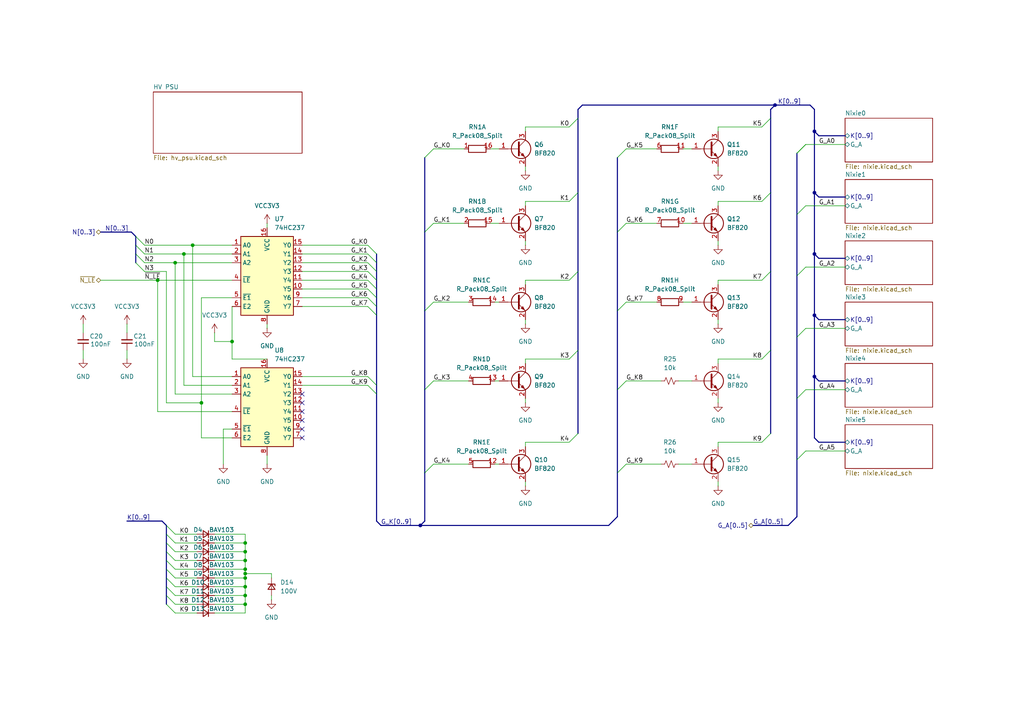
<source format=kicad_sch>
(kicad_sch (version 20250114) (generator "eeschema") (generator_version "9.0")
  (paper "A4")
  (lib_symbols
    (symbol "74xx:74HC237"
      (property "Reference" "U" (at -7.62 13.97 0))
      (property "Value" "74HC237" (at 2.54 -11.43 0))
      (symbol "74HC237_0_1"
        (rectangle (start -7.62 12.7) (end 7.62 -10.16) (stroke (width 0.254)) (fill (type background)))
      )
      (symbol "74HC237_1_1"
        (pin input line (at -10.16 10.16 0) (length 2.54) (name "A0") (number "1"))
        (pin input line (at -10.16 7.62 0) (length 2.54) (name "A1") (number "2"))
        (pin input line (at -10.16 5.08 0) (length 2.54) (name "A2") (number "3"))
        (pin input line (at -10.16 0 0) (length 2.54) (name "~{LE}") (number "4"))
        (pin input line (at -10.16 -5.08 0) (length 2.54) (name "~{E1}") (number "5"))
        (pin input line (at -10.16 -7.62 0) (length 2.54) (name "E2") (number "6"))
        (pin power_in line (at 0 15.24 270) (length 2.54) (name "VCC") (number "16"))
        (pin power_in line (at 0 -12.7 90) (length 2.54) (name "GND") (number "8"))
        (pin output line (at 10.16 10.16 180) (length 2.54) (name "Y0") (number "15"))
        (pin output line (at 10.16 7.62 180) (length 2.54) (name "Y1") (number "14"))
        (pin output line (at 10.16 5.08 180) (length 2.54) (name "Y2") (number "13"))
        (pin output line (at 10.16 2.54 180) (length 2.54) (name "Y3") (number "12"))
        (pin output line (at 10.16 0 180) (length 2.54) (name "Y4") (number "11"))
        (pin output line (at 10.16 -2.54 180) (length 2.54) (name "Y5") (number "10"))
        (pin output line (at 10.16 -5.08 180) (length 2.54) (name "Y6") (number "9"))
        (pin output line (at 10.16 -7.62 180) (length 2.54) (name "Y7") (number "7"))
      )
    )
    (symbol "Device:C_Small" (pin_numbers (hide yes)) (pin_names (offset 0.254) (hide yes))
      (property "Reference" "C" (at 0.254 1.778 0))
      (property "Value" "C_Small" (at 0.254 -2.032 0))
      (symbol "C_Small_0_1"
        (polyline (pts (xy -1.524 0.508) (xy 1.524 0.508)) (stroke (width 0.3048)))
        (polyline (pts (xy -1.524 -0.508) (xy 1.524 -0.508)) (stroke (width 0.3302)))
      )
      (symbol "C_Small_1_1"
        (pin passive line (at 0 2.54 270) (length 2.032) (name "~") (number "1"))
        (pin passive line (at 0 -2.54 90) (length 2.032) (name "~") (number "2"))
      )
    )
    (symbol "Device:D_Small" (pin_numbers (hide yes)) (pin_names (offset 0.254) (hide yes))
      (property "Reference" "D" (at -1.27 2.032 0))
      (property "Value" "D_Small" (at -3.81 -2.032 0))
      (symbol "D_Small_0_1"
        (polyline (pts (xy -0.762 0) (xy 0.762 0)))
        (polyline (pts (xy -0.762 -1.016) (xy -0.762 1.016)) (stroke (width 0.254)))
        (polyline (pts (xy 0.762 -1.016) (xy -0.762 0) (xy 0.762 1.016) (xy 0.762 -1.016)) (stroke (width 0.254)))
      )
      (symbol "D_Small_1_1"
        (pin passive line (at -2.54 0 0) (length 1.778) (name "K") (number "1"))
        (pin passive line (at 2.54 0 180) (length 1.778) (name "A") (number "2"))
      )
    )
    (symbol "Device:D_Zener_Small" (pin_numbers (hide yes)) (pin_names (offset 0.254) (hide yes))
      (property "Reference" "D" (at 0 2.286 0))
      (property "Value" "D_Zener_Small" (at 0 -2.286 0))
      (symbol "D_Zener_Small_0_1"
        (polyline (pts (xy -0.254 1.016) (xy -0.762 1.016) (xy -0.762 -1.016)) (stroke (width 0.254)))
        (polyline (pts (xy 0.762 1.016) (xy -0.762 0) (xy 0.762 -1.016) (xy 0.762 1.016)) (stroke (width 0.254)))
        (polyline (pts (xy 0.762 0) (xy -0.762 0)))
      )
      (symbol "D_Zener_Small_1_1"
        (pin passive line (at -2.54 0 0) (length 1.778) (name "K") (number "1"))
        (pin passive line (at 2.54 0 180) (length 1.778) (name "A") (number "2"))
      )
    )
    (symbol "Device:R_Pack08_Split" (pin_names (offset 0) (hide yes))
      (property "Reference" "RN" (at 2.032 0 90))
      (property "Value" "R_Pack08_Split" (at 0 0 90))
      (symbol "R_Pack08_Split_0_1"
        (rectangle (start 1.016 2.54) (end -1.016 -2.54) (stroke (width 0.254)))
      )
      (symbol "R_Pack08_Split_1_1"
        (pin passive line (at 0 3.81 270) (length 1.27) (name "R1.2") (number "16"))
        (pin passive line (at 0 -3.81 90) (length 1.27) (name "R1.1") (number "1"))
      )
      (symbol "R_Pack08_Split_2_1"
        (pin passive line (at 0 3.81 270) (length 1.27) (name "R2.2") (number "15"))
        (pin passive line (at 0 -3.81 90) (length 1.27) (name "R2.1") (number "2"))
      )
      (symbol "R_Pack08_Split_3_1"
        (pin passive line (at 0 3.81 270) (length 1.27) (name "R3.2") (number "14"))
        (pin passive line (at 0 -3.81 90) (length 1.27) (name "R3.1") (number "3"))
      )
      (symbol "R_Pack08_Split_4_1"
        (pin passive line (at 0 3.81 270) (length 1.27) (name "R4.2") (number "13"))
        (pin passive line (at 0 -3.81 90) (length 1.27) (name "R4.1") (number "4"))
      )
      (symbol "R_Pack08_Split_5_1"
        (pin passive line (at 0 3.81 270) (length 1.27) (name "R5.2") (number "12"))
        (pin passive line (at 0 -3.81 90) (length 1.27) (name "R5.1") (number "5"))
      )
      (symbol "R_Pack08_Split_6_1"
        (pin passive line (at 0 3.81 270) (length 1.27) (name "R6.2") (number "11"))
        (pin passive line (at 0 -3.81 90) (length 1.27) (name "R6.1") (number "6"))
      )
      (symbol "R_Pack08_Split_7_1"
        (pin passive line (at 0 3.81 270) (length 1.27) (name "R7.2") (number "10"))
        (pin passive line (at 0 -3.81 90) (length 1.27) (name "R7.1") (number "7"))
      )
      (symbol "R_Pack08_Split_8_1"
        (pin passive line (at 0 3.81 270) (length 1.27) (name "R8.2") (number "9"))
        (pin passive line (at 0 -3.81 90) (length 1.27) (name "R8.1") (number "8"))
      )
    )
    (symbol "Device:R_Small_US" (pin_numbers (hide yes)) (pin_names (offset 0.254) (hide yes))
      (property "Reference" "R" (at 0.762 0.508 0))
      (property "Value" "R_Small_US" (at 0.762 -1.016 0))
      (symbol "R_Small_US_1_1"
        (polyline (pts (xy 0 1.524) (xy 1.016 1.143) (xy 0 0.762) (xy -1.016 0.381) (xy 0 0)))
        (polyline (pts (xy 0 0) (xy 1.016 -0.381) (xy 0 -0.762) (xy -1.016 -1.143) (xy 0 -1.524)))
        (pin passive line (at 0 2.54 270) (length 1.016) (name "~") (number "1"))
        (pin passive line (at 0 -2.54 90) (length 1.016) (name "~") (number "2"))
      )
    )
    (symbol "Transistor_BJT:Q_NPN_BEC" (pin_names (offset 0) (hide yes))
      (property "Reference" "Q" (at 5.08 1.27 0))
      (property "Value" "Q_NPN_BEC" (at 5.08 -1.27 0))
      (symbol "Q_NPN_BEC_0_1"
        (polyline (pts (xy -2.54 0) (xy 0.635 0)))
        (polyline (pts (xy 0.635 1.905) (xy 0.635 -1.905)) (stroke (width 0.508)))
        (circle (center 1.27 0) (radius 2.8194) (stroke (width 0.254)))
      )
      (symbol "Q_NPN_BEC_1_1"
        (polyline (pts (xy 0.635 0.635) (xy 2.54 2.54)))
        (polyline (pts (xy 0.635 -0.635) (xy 2.54 -2.54)))
        (polyline (pts (xy 1.27 -1.778) (xy 1.778 -1.27) (xy 2.286 -2.286) (xy 1.27 -1.778)) (fill (type outline)))
        (pin input line (at -5.08 0 0) (length 2.54) (name "B") (number "1"))
        (pin passive line (at 2.54 5.08 270) (length 2.54) (name "C") (number "3"))
        (pin passive line (at 2.54 -5.08 90) (length 2.54) (name "E") (number "2"))
      )
    )
    (symbol "power:GND" (power) (pin_numbers (hide yes)) (pin_names (offset 0) (hide yes))
      (property "Value" "GND" (at 0 -3.81 0))
      (symbol "GND_0_1"
        (polyline (pts (xy 0 0) (xy 0 -1.27) (xy 1.27 -1.27) (xy 0 -2.54) (xy -1.27 -1.27) (xy 0 -1.27)))
      )
      (symbol "GND_1_1"
        (pin power_in line (at 0 0 270) (length 0) (name "~") (number "1"))
      )
    )
    (symbol "power:VCC" (power) (pin_numbers (hide yes)) (pin_names (offset 0) (hide yes))
      (property "Value" "VCC" (at 0 3.556 0))
      (symbol "VCC_0_1"
        (polyline (pts (xy -0.762 1.27) (xy 0 2.54)))
        (polyline (pts (xy 0 2.54) (xy 0.762 1.27)))
        (polyline (pts (xy 0 0) (xy 0 2.54)))
      )
      (symbol "VCC_1_1"
        (pin power_in line (at 0 0 90) (length 0) (name "~") (number "1"))
      )
    )
  )
  (junction (at 55.88 71.12))
  (junction (at 71.12 175.26))
  (junction (at 71.12 160.02))
  (junction (at 71.12 170.18))
  (junction (at 236.22 55.88))
  (junction (at 67.31 99.06))
  (junction (at 236.22 73.66))
  (junction (at 45.72 81.28))
  (junction (at 71.12 166.37))
  (junction (at 50.8 76.2))
  (junction (at 236.22 109.22))
  (junction (at 71.12 162.56))
  (junction (at 53.34 73.66))
  (junction (at 71.12 172.72))
  (junction (at 58.42 116.84))
  (junction (at 236.22 38.1))
  (junction (at 71.12 157.48))
  (junction (at 71.12 167.64))
  (junction (at 71.12 165.1))
  (junction (at 236.22 91.44))
  (junction (at 224.79 30.48))
  (junction (at 121.92 152.4))
  (no_connect (at 87.63 124.46))
  (no_connect (at 87.63 127))
  (no_connect (at 87.63 119.38))
  (no_connect (at 87.63 116.84))
  (no_connect (at 87.63 114.3))
  (no_connect (at 87.63 121.92))
  (bus_entry (at 167.64 55.88) (size -2.54 2.54))
  (bus_entry (at 167.64 101.6) (size -2.54 2.54))
  (bus_entry (at 48.26 170.18) (size 2.54 2.54))
  (bus_entry (at 48.26 152.4) (size 2.54 2.54))
  (bus_entry (at 39.37 68.58) (size 2.54 2.54))
  (bus_entry (at 167.64 125.73) (size -2.54 2.54))
  (bus_entry (at 48.26 172.72) (size 2.54 2.54))
  (bus_entry (at 48.26 162.56) (size 2.54 2.54))
  (bus_entry (at 123.19 45.72) (size 2.54 -2.54))
  (bus_entry (at 167.64 78.74) (size -2.54 2.54))
  (bus_entry (at 48.26 160.02) (size 2.54 2.54))
  (bus_entry (at 179.07 113.03) (size 2.54 -2.54))
  (bus_entry (at 109.22 114.3) (size -2.54 -2.54))
  (bus_entry (at 231.14 44.45) (size 2.54 -2.54))
  (bus_entry (at 109.22 91.44) (size -2.54 -2.54))
  (bus_entry (at 231.14 97.79) (size 2.54 -2.54))
  (bus_entry (at 231.14 115.57) (size 2.54 -2.54))
  (bus_entry (at 48.26 154.94) (size 2.54 2.54))
  (bus_entry (at 179.07 67.31) (size 2.54 -2.54))
  (bus_entry (at 39.37 71.12) (size 2.54 2.54))
  (bus_entry (at 48.26 167.64) (size 2.54 2.54))
  (bus_entry (at 223.52 55.88) (size -2.54 2.54))
  (bus_entry (at 231.14 133.35) (size 2.54 -2.54))
  (bus_entry (at 123.19 137.16) (size 2.54 -2.54))
  (bus_entry (at 179.07 90.17) (size 2.54 -2.54))
  (bus_entry (at 48.26 157.48) (size 2.54 2.54))
  (bus_entry (at 167.64 34.29) (size -2.54 2.54))
  (bus_entry (at 123.19 90.17) (size 2.54 -2.54))
  (bus_entry (at 48.26 165.1) (size 2.54 2.54))
  (bus_entry (at 109.22 81.28) (size -2.54 -2.54))
  (bus_entry (at 109.22 73.66) (size -2.54 -2.54))
  (bus_entry (at 39.37 76.2) (size 2.54 2.54))
  (bus_entry (at 223.52 125.73) (size -2.54 2.54))
  (bus_entry (at 109.22 83.82) (size -2.54 -2.54))
  (bus_entry (at 231.14 44.45) (size 2.54 -2.54))
  (bus_entry (at 109.22 111.76) (size -2.54 -2.54))
  (bus_entry (at 123.19 113.03) (size 2.54 -2.54))
  (bus_entry (at 123.19 67.31) (size 2.54 -2.54))
  (bus_entry (at 109.22 78.74) (size -2.54 -2.54))
  (bus_entry (at 109.22 76.2) (size -2.54 -2.54))
  (bus_entry (at 179.07 137.16) (size 2.54 -2.54))
  (bus_entry (at 109.22 88.9) (size -2.54 -2.54))
  (bus_entry (at 39.37 73.66) (size 2.54 2.54))
  (bus_entry (at 48.26 175.26) (size 2.54 2.54))
  (bus_entry (at 231.14 80.01) (size 2.54 -2.54))
  (bus_entry (at 223.52 78.74) (size -2.54 2.54))
  (bus_entry (at 223.52 34.29) (size -2.54 2.54))
  (bus_entry (at 109.22 86.36) (size -2.54 -2.54))
  (bus_entry (at 179.07 45.72) (size 2.54 -2.54))
  (bus_entry (at 231.14 62.23) (size 2.54 -2.54))
  (bus_entry (at 223.52 101.6) (size -2.54 2.54))
  (wire (pts (xy 41.91 73.66) (xy 53.34 73.66)))
  (bus (pts (xy 231.14 133.35) (xy 231.14 149.86)))
  (wire (pts (xy 198.12 87.63) (xy 200.66 87.63)))
  (wire (pts (xy 71.12 165.1) (xy 71.12 166.37)))
  (bus (pts (xy 179.07 90.17) (xy 179.07 113.03)))
  (bus (pts (xy 123.19 151.13) (xy 121.92 152.4)))
  (bus (pts (xy 48.26 157.48) (xy 48.26 160.02)))
  (bus (pts (xy 179.07 137.16) (xy 179.07 149.86)))
  (wire (pts (xy 152.4 92.71) (xy 152.4 93.98)))
  (bus (pts (xy 231.14 115.57) (xy 231.14 133.35)))
  (bus (pts (xy 223.52 55.88) (xy 223.52 78.74)))
  (bus (pts (xy 48.26 152.4) (xy 48.26 154.94)))
  (wire (pts (xy 106.68 71.12) (xy 87.63 71.12)))
  (wire (pts (xy 62.23 165.1) (xy 71.12 165.1)))
  (bus (pts (xy 236.22 31.75) (xy 236.22 38.1)))
  (wire (pts (xy 50.8 76.2) (xy 67.31 76.2)))
  (wire (pts (xy 62.23 99.06) (xy 67.31 99.06)))
  (wire (pts (xy 71.12 160.02) (xy 71.12 162.56)))
  (bus (pts (xy 236.22 109.22) (xy 237.49 110.49)))
  (wire (pts (xy 125.73 64.77) (xy 134.62 64.77)))
  (bus (pts (xy 48.26 165.1) (xy 48.26 167.64)))
  (wire (pts (xy 41.91 76.2) (xy 50.8 76.2)))
  (wire (pts (xy 71.12 175.26) (xy 71.12 177.8)))
  (bus (pts (xy 39.37 73.66) (xy 39.37 76.2)))
  (wire (pts (xy 125.73 134.62) (xy 135.89 134.62)))
  (wire (pts (xy 106.68 78.74) (xy 87.63 78.74)))
  (bus (pts (xy 179.07 45.72) (xy 179.07 67.31)))
  (bus (pts (xy 236.22 73.66) (xy 236.22 91.44)))
  (bus (pts (xy 123.19 45.72) (xy 123.19 67.31)))
  (wire (pts (xy 53.34 111.76) (xy 53.34 73.66)))
  (wire (pts (xy 50.8 167.64) (xy 57.15 167.64)))
  (wire (pts (xy 55.88 109.22) (xy 55.88 71.12)))
  (bus (pts (xy 237.49 128.27) (xy 245.11 128.27)))
  (wire (pts (xy 106.68 76.2) (xy 87.63 76.2)))
  (bus (pts (xy 223.52 34.29) (xy 223.52 55.88)))
  (wire (pts (xy 142.24 64.77) (xy 144.78 64.77)))
  (wire (pts (xy 50.8 114.3) (xy 50.8 76.2)))
  (wire (pts (xy 233.68 95.25) (xy 245.11 95.25)))
  (bus (pts (xy 231.14 97.79) (xy 231.14 115.57)))
  (wire (pts (xy 78.74 172.72) (xy 78.74 173.99)))
  (bus (pts (xy 48.26 172.72) (xy 48.26 175.26)))
  (bus (pts (xy 39.37 68.58) (xy 38.1 67.31)))
  (wire (pts (xy 36.83 93.98) (xy 36.83 96.52)))
  (wire (pts (xy 143.51 134.62) (xy 144.78 134.62)))
  (wire (pts (xy 71.12 154.94) (xy 71.12 157.48)))
  (wire (pts (xy 53.34 73.66) (xy 67.31 73.66)))
  (wire (pts (xy 62.23 162.56) (xy 71.12 162.56)))
  (wire (pts (xy 143.51 110.49) (xy 144.78 110.49)))
  (wire (pts (xy 152.4 81.28) (xy 165.1 81.28)))
  (wire (pts (xy 106.68 86.36) (xy 87.63 86.36)))
  (wire (pts (xy 62.23 170.18) (xy 71.12 170.18)))
  (wire (pts (xy 208.28 58.42) (xy 220.98 58.42)))
  (bus (pts (xy 218.44 152.4) (xy 228.6 152.4)))
  (wire (pts (xy 152.4 36.83) (xy 165.1 36.83)))
  (wire (pts (xy 62.23 177.8) (xy 71.12 177.8)))
  (wire (pts (xy 67.31 86.36) (xy 58.42 86.36)))
  (bus (pts (xy 237.49 110.49) (xy 245.11 110.49)))
  (wire (pts (xy 106.68 111.76) (xy 87.63 111.76)))
  (wire (pts (xy 208.28 36.83) (xy 208.28 38.1)))
  (bus (pts (xy 109.22 76.2) (xy 109.22 78.74)))
  (bus (pts (xy 237.49 39.37) (xy 245.11 39.37)))
  (wire (pts (xy 233.68 41.91) (xy 245.11 41.91)))
  (wire (pts (xy 62.23 172.72) (xy 71.12 172.72)))
  (wire (pts (xy 58.42 86.36) (xy 58.42 116.84)))
  (bus (pts (xy 236.22 38.1) (xy 236.22 55.88)))
  (wire (pts (xy 106.68 83.82) (xy 87.63 83.82)))
  (wire (pts (xy 77.47 93.98) (xy 77.47 95.25)))
  (bus (pts (xy 236.22 73.66) (xy 237.49 74.93)))
  (wire (pts (xy 71.12 167.64) (xy 71.12 170.18)))
  (wire (pts (xy 50.8 157.48) (xy 57.15 157.48)))
  (wire (pts (xy 208.28 115.57) (xy 208.28 116.84)))
  (wire (pts (xy 71.12 157.48) (xy 71.12 160.02)))
  (bus (pts (xy 179.07 149.86) (xy 176.53 152.4)))
  (wire (pts (xy 208.28 128.27) (xy 220.98 128.27)))
  (wire (pts (xy 181.61 43.18) (xy 190.5 43.18)))
  (wire (pts (xy 125.73 87.63) (xy 135.89 87.63)))
  (bus (pts (xy 109.22 83.82) (xy 109.22 86.36)))
  (wire (pts (xy 181.61 64.77) (xy 190.5 64.77)))
  (wire (pts (xy 152.4 115.57) (xy 152.4 116.84)))
  (bus (pts (xy 123.19 67.31) (xy 123.19 90.17)))
  (wire (pts (xy 67.31 99.06) (xy 67.31 104.14)))
  (wire (pts (xy 48.26 116.84) (xy 48.26 78.74)))
  (wire (pts (xy 152.4 128.27) (xy 165.1 128.27)))
  (wire (pts (xy 24.13 101.6) (xy 24.13 104.14)))
  (bus (pts (xy 167.64 31.75) (xy 168.91 30.48)))
  (wire (pts (xy 196.85 134.62) (xy 200.66 134.62)))
  (wire (pts (xy 106.68 109.22) (xy 87.63 109.22)))
  (bus (pts (xy 109.22 78.74) (xy 109.22 81.28)))
  (bus (pts (xy 223.52 34.29) (xy 223.52 31.75)))
  (bus (pts (xy 236.22 91.44) (xy 237.49 92.71)))
  (wire (pts (xy 152.4 36.83) (xy 152.4 38.1)))
  (wire (pts (xy 45.72 81.28) (xy 67.31 81.28)))
  (bus (pts (xy 224.79 30.48) (xy 234.95 30.48)))
  (bus (pts (xy 237.49 74.93) (xy 245.11 74.93)))
  (wire (pts (xy 67.31 111.76) (xy 53.34 111.76)))
  (bus (pts (xy 236.22 55.88) (xy 237.49 57.15)))
  (bus (pts (xy 109.22 88.9) (xy 109.22 91.44)))
  (wire (pts (xy 50.8 165.1) (xy 57.15 165.1)))
  (bus (pts (xy 109.22 73.66) (xy 109.22 76.2)))
  (bus (pts (xy 167.64 101.6) (xy 167.64 125.73)))
  (wire (pts (xy 50.8 177.8) (xy 57.15 177.8)))
  (wire (pts (xy 152.4 128.27) (xy 152.4 129.54)))
  (bus (pts (xy 224.79 30.48) (xy 168.91 30.48)))
  (wire (pts (xy 50.8 162.56) (xy 57.15 162.56)))
  (bus (pts (xy 237.49 92.71) (xy 245.11 92.71)))
  (wire (pts (xy 208.28 48.26) (xy 208.28 49.53)))
  (bus (pts (xy 110.49 152.4) (xy 121.92 152.4)))
  (bus (pts (xy 167.64 34.29) (xy 167.64 55.88)))
  (wire (pts (xy 29.21 81.28) (xy 45.72 81.28)))
  (bus (pts (xy 110.49 152.4) (xy 109.22 151.13)))
  (bus (pts (xy 36.83 151.13) (xy 46.99 151.13)))
  (bus (pts (xy 231.14 44.45) (xy 231.14 62.23)))
  (bus (pts (xy 109.22 111.76) (xy 109.22 114.3)))
  (bus (pts (xy 48.26 152.4) (xy 46.99 151.13)))
  (wire (pts (xy 198.12 64.77) (xy 200.66 64.77)))
  (bus (pts (xy 39.37 68.58) (xy 39.37 71.12)))
  (wire (pts (xy 67.31 99.06) (xy 67.31 88.9)))
  (wire (pts (xy 71.12 172.72) (xy 71.12 175.26)))
  (bus (pts (xy 109.22 114.3) (xy 109.22 151.13)))
  (wire (pts (xy 152.4 104.14) (xy 152.4 105.41)))
  (wire (pts (xy 233.68 113.03) (xy 245.11 113.03)))
  (bus (pts (xy 123.19 137.16) (xy 123.19 151.13)))
  (bus (pts (xy 236.22 109.22) (xy 236.22 127)))
  (wire (pts (xy 62.23 175.26) (xy 71.12 175.26)))
  (bus (pts (xy 48.26 160.02) (xy 48.26 162.56)))
  (wire (pts (xy 67.31 124.46) (xy 64.77 124.46)))
  (wire (pts (xy 55.88 71.12) (xy 67.31 71.12)))
  (wire (pts (xy 78.74 166.37) (xy 78.74 167.64)))
  (bus (pts (xy 236.22 91.44) (xy 236.22 109.22)))
  (wire (pts (xy 233.68 77.47) (xy 245.11 77.47)))
  (bus (pts (xy 123.19 113.03) (xy 123.19 137.16)))
  (wire (pts (xy 143.51 87.63) (xy 144.78 87.63)))
  (wire (pts (xy 71.12 162.56) (xy 71.12 165.1)))
  (bus (pts (xy 231.14 80.01) (xy 231.14 97.79)))
  (wire (pts (xy 55.88 109.22) (xy 67.31 109.22)))
  (bus (pts (xy 236.22 127) (xy 237.49 128.27)))
  (wire (pts (xy 58.42 116.84) (xy 48.26 116.84)))
  (bus (pts (xy 234.95 30.48) (xy 236.22 31.75)))
  (wire (pts (xy 50.8 170.18) (xy 57.15 170.18)))
  (wire (pts (xy 58.42 127) (xy 67.31 127)))
  (wire (pts (xy 106.68 73.66) (xy 87.63 73.66)))
  (wire (pts (xy 50.8 160.02) (xy 57.15 160.02)))
  (bus (pts (xy 179.07 113.03) (xy 179.07 137.16)))
  (wire (pts (xy 50.8 154.94) (xy 57.15 154.94)))
  (wire (pts (xy 67.31 104.14) (xy 77.47 104.14)))
  (wire (pts (xy 208.28 58.42) (xy 208.28 59.69)))
  (wire (pts (xy 208.28 81.28) (xy 208.28 82.55)))
  (bus (pts (xy 109.22 91.44) (xy 109.22 111.76)))
  (wire (pts (xy 67.31 119.38) (xy 45.72 119.38)))
  (wire (pts (xy 208.28 69.85) (xy 208.28 71.12)))
  (bus (pts (xy 48.26 154.94) (xy 48.26 157.48)))
  (wire (pts (xy 45.72 119.38) (xy 45.72 81.28)))
  (bus (pts (xy 167.64 55.88) (xy 167.64 78.74)))
  (wire (pts (xy 64.77 124.46) (xy 64.77 134.62)))
  (wire (pts (xy 62.23 96.52) (xy 62.23 99.06)))
  (bus (pts (xy 179.07 67.31) (xy 179.07 90.17)))
  (wire (pts (xy 62.23 154.94) (xy 71.12 154.94)))
  (wire (pts (xy 62.23 157.48) (xy 71.12 157.48)))
  (wire (pts (xy 50.8 172.72) (xy 57.15 172.72)))
  (wire (pts (xy 62.23 160.02) (xy 71.12 160.02)))
  (bus (pts (xy 223.52 31.75) (xy 224.79 30.48)))
  (bus (pts (xy 48.26 167.64) (xy 48.26 170.18)))
  (wire (pts (xy 50.8 175.26) (xy 57.15 175.26)))
  (wire (pts (xy 24.13 93.98) (xy 24.13 96.52)))
  (wire (pts (xy 41.91 71.12) (xy 55.88 71.12)))
  (wire (pts (xy 233.68 130.81) (xy 245.11 130.81)))
  (bus (pts (xy 237.49 57.15) (xy 245.11 57.15)))
  (wire (pts (xy 77.47 132.08) (xy 77.47 134.62)))
  (wire (pts (xy 152.4 81.28) (xy 152.4 82.55)))
  (wire (pts (xy 152.4 58.42) (xy 152.4 59.69)))
  (wire (pts (xy 208.28 92.71) (xy 208.28 93.98)))
  (wire (pts (xy 152.4 58.42) (xy 165.1 58.42)))
  (bus (pts (xy 167.64 34.29) (xy 167.64 31.75)))
  (wire (pts (xy 152.4 69.85) (xy 152.4 71.12)))
  (wire (pts (xy 198.12 43.18) (xy 200.66 43.18)))
  (wire (pts (xy 106.68 81.28) (xy 87.63 81.28)))
  (wire (pts (xy 152.4 104.14) (xy 165.1 104.14)))
  (bus (pts (xy 236.22 38.1) (xy 237.49 39.37)))
  (wire (pts (xy 233.68 59.69) (xy 245.11 59.69)))
  (wire (pts (xy 71.12 166.37) (xy 71.12 167.64)))
  (wire (pts (xy 208.28 139.7) (xy 208.28 140.97)))
  (wire (pts (xy 62.23 167.64) (xy 71.12 167.64)))
  (wire (pts (xy 208.28 36.83) (xy 220.98 36.83)))
  (bus (pts (xy 109.22 81.28) (xy 109.22 83.82)))
  (wire (pts (xy 208.28 104.14) (xy 208.28 105.41)))
  (bus (pts (xy 223.52 101.6) (xy 223.52 125.73)))
  (wire (pts (xy 152.4 48.26) (xy 152.4 49.53)))
  (wire (pts (xy 208.28 128.27) (xy 208.28 129.54)))
  (wire (pts (xy 125.73 43.18) (xy 134.62 43.18)))
  (wire (pts (xy 106.68 88.9) (xy 87.63 88.9)))
  (bus (pts (xy 123.19 90.17) (xy 123.19 113.03)))
  (bus (pts (xy 121.92 152.4) (xy 176.53 152.4)))
  (bus (pts (xy 48.26 162.56) (xy 48.26 165.1)))
  (wire (pts (xy 181.61 87.63) (xy 190.5 87.63)))
  (bus (pts (xy 167.64 78.74) (xy 167.64 101.6)))
  (wire (pts (xy 142.24 43.18) (xy 144.78 43.18)))
  (bus (pts (xy 39.37 71.12) (xy 39.37 73.66)))
  (wire (pts (xy 58.42 116.84) (xy 58.42 127)))
  (bus (pts (xy 223.52 78.74) (xy 223.52 101.6)))
  (bus (pts (xy 231.14 62.23) (xy 231.14 80.01)))
  (bus (pts (xy 109.22 86.36) (xy 109.22 88.9)))
  (wire (pts (xy 67.31 114.3) (xy 50.8 114.3)))
  (bus (pts (xy 48.26 170.18) (xy 48.26 172.72)))
  (wire (pts (xy 41.91 78.74) (xy 48.26 78.74)))
  (wire (pts (xy 77.47 64.77) (xy 77.47 66.04)))
  (wire (pts (xy 181.61 110.49) (xy 191.77 110.49)))
  (wire (pts (xy 196.85 110.49) (xy 200.66 110.49)))
  (wire (pts (xy 152.4 139.7) (xy 152.4 140.97)))
  (wire (pts (xy 125.73 110.49) (xy 135.89 110.49)))
  (bus (pts (xy 29.21 67.31) (xy 38.1 67.31)))
  (wire (pts (xy 71.12 166.37) (xy 78.74 166.37)))
  (bus (pts (xy 236.22 55.88) (xy 236.22 73.66)))
  (wire (pts (xy 208.28 81.28) (xy 220.98 81.28)))
  (wire (pts (xy 71.12 170.18) (xy 71.12 172.72)))
  (bus (pts (xy 231.14 149.86) (xy 228.6 152.4)))
  (wire (pts (xy 208.28 104.14) (xy 220.98 104.14)))
  (wire (pts (xy 181.61 134.62) (xy 191.77 134.62)))
  (wire (pts (xy 36.83 101.6) (xy 36.83 104.14)))
  (label "K5" (at 220.98 36.83 180))
  (label "G_K9" (at 181.61 134.62 0))
  (label "G_A[0..5]" (at 218.44 152.4 0))
  (label "N[0..3]" (at 30.48 67.31 0))
  (label "K8" (at 52.07 175.26 0))
  (label "G_A1" (at 237.49 59.69 0))
  (label "N3" (at 41.91 78.74 0))
  (label "G_A3" (at 237.49 95.25 0))
  (label "G_K[0..9]" (at 110.49 152.4 0))
  (label "G_K5" (at 181.61 43.18 0))
  (label "G_K2" (at 125.73 87.63 0))
  (label "K9" (at 52.07 177.8 0))
  (label "K5" (at 52.07 167.64 0))
  (label "G_A5" (at 237.49 130.81 0))
  (label "G_A4" (at 237.49 113.03 0))
  (label "G_K4" (at 125.73 134.62 0))
  (label "G_K7" (at 181.61 87.63 0))
  (label "K0" (at 165.1 36.83 180))
  (label "K0" (at 52.07 154.94 0))
  (label "G_K6" (at 181.61 64.77 0))
  (label "K1" (at 52.07 157.48 0))
  (label "N0" (at 41.91 71.12 0))
  (label "G_A0" (at 237.49 41.91 0))
  (label "K[0..9]" (at 36.83 151.13 0))
  (label "G_K4" (at 106.68 81.28 180))
  (label "K7" (at 220.98 81.28 180))
  (label "K4" (at 52.07 165.1 0))
  (label "G_K3" (at 125.73 110.49 0))
  (label "N1" (at 41.91 73.66 0))
  (label "G_K1" (at 106.68 73.66 180))
  (label "G_K6" (at 106.68 86.36 180))
  (label "K1" (at 165.1 58.42 180))
  (label "G_K0" (at 106.68 71.12 180))
  (label "G_K7" (at 106.68 88.9 180))
  (label "G_A2" (at 237.49 77.47 0))
  (label "K8" (at 220.98 104.14 180))
  (label "G_K2" (at 106.68 76.2 180))
  (label "G_K5" (at 106.68 83.82 180))
  (label "G_K8" (at 181.61 110.49 0))
  (label "G_K3" (at 106.68 78.74 180))
  (label "G_K1" (at 125.73 64.77 0))
  (label "K3" (at 52.07 162.56 0))
  (label "K3" (at 165.1 104.14 180))
  (label "G_K8" (at 106.68 109.22 180))
  (label "G_K9" (at 106.68 111.76 180))
  (label "K6" (at 52.07 170.18 0))
  (label "K9" (at 220.98 128.27 180))
  (label "K[0..9]" (at 232.41 30.48 180))
  (label "G_K0" (at 125.73 43.18 0))
  (label "K2" (at 165.1 81.28 180))
  (label "N2" (at 41.91 76.2 0))
  (label "K6" (at 220.98 58.42 180))
  (label "~{N_LE}" (at 41.91 81.28 0))
  (label "K2" (at 52.07 160.02 0))
  (label "K7" (at 52.07 172.72 0))
  (label "K4" (at 165.1 128.27 180))
  (hierarchical_label "~{N_LE}" (shape bidirectional) (at 29.21 81.28 180))
  (hierarchical_label "N[0..3]" (shape bidirectional) (at 29.21 67.31 180))
  (hierarchical_label "G_A[0..5]" (shape bidirectional) (at 218.44 152.4 180))
  (symbol (lib_id "Device:D_Small") (at 59.69 162.56 180) (unit 1)
    (property "Reference" "D7" (at 57.404 161.29 0))
    (property "Value" "BAV103" (at 64.262 161.29 0))
    (property "Footprint" "Diode_SMD:D_MiniMELF" (effects (hide yes)))
    (property "Description" "Diode, small symbol" (effects (hide yes)))
    (property "Sim.Device" "D" (effects (hide yes)))
    (property "Sim.Pins" "1=K 2=A" (effects (hide yes)))
    (property "LCSC" "C3313132" (effects (hide yes)))
  )
  (symbol (lib_id "Device:R_Pack08_Split") (at 194.31 87.63 270) (unit 8)
    (property "Reference" "RN1" (at 194.31 81.28 90))
    (property "Value" "R_Pack08_Split" (at 194.31 83.82 90))
    (property "Footprint" "Yet-Another-Nixie-Clock:RES-ARRAY-SMD_0402-16P-L4.0-W1.6-BL-2" (effects (hide yes)))
    (property "Description" "8 resistor network, parallel topology, split" (effects (hide yes)))
  )
  (symbol (lib_id "Device:D_Small") (at 59.69 177.8 180) (unit 1)
    (property "Reference" "D13" (at 57.404 176.53 0))
    (property "Value" "BAV103" (at 64.262 176.53 0))
    (property "Footprint" "Diode_SMD:D_MiniMELF" (effects (hide yes)))
    (property "Description" "Diode, small symbol" (effects (hide yes)))
    (property "Sim.Device" "D" (effects (hide yes)))
    (property "Sim.Pins" "1=K 2=A" (effects (hide yes)))
    (property "LCSC" "C3313132" (effects (hide yes)))
  )
  (symbol (lib_id "power:GND") (at 77.47 95.25 0) (unit 1)
    (property "Reference" "#PWR072" (effects (hide yes)))
    (property "Value" "GND" (at 77.47 100.33 0))
    (property "Description" "Power symbol creates a global label with name \"GND\" , ground" (effects (hide yes)))
  )
  (symbol (lib_id "Transistor_BJT:Q_NPN_BEC") (at 149.86 64.77 0) (unit 1)
    (property "Reference" "Q7" (at 154.94 63.4999 0) (effects (justify left)))
    (property "Value" "BF820" (at 154.94 66.0399 0) (effects (justify left)))
    (property "Footprint" "Package_TO_SOT_SMD:TSOT-23" (effects (hide yes)))
    (property "Description" "NPN transistor, base/emitter/collector" (effects (hide yes)))
    (property "LCSC" "C426796" (effects (hide yes)))
  )
  (symbol (lib_id "power:VCC") (at 77.47 64.77 0) (unit 1)
    (property "Reference" "#PWR071" (effects (hide yes)))
    (property "Value" "VCC3V3" (at 77.47 59.69 0))
    (property "Description" "Power symbol creates a global label with name \"VCC\"" (effects (hide yes)))
  )
  (symbol (lib_id "power:GND") (at 208.28 49.53 0) (unit 1)
    (property "Reference" "#PWR080" (effects (hide yes)))
    (property "Value" "GND" (at 208.28 54.61 0))
    (property "Description" "Power symbol creates a global label with name \"GND\" , ground" (effects (hide yes)))
  )
  (symbol (lib_id "power:GND") (at 78.74 173.99 0) (unit 1)
    (property "Reference" "#PWR074" (effects (hide yes)))
    (property "Value" "GND" (at 78.74 179.07 0))
    (property "Description" "Power symbol creates a global label with name \"GND\" , ground" (effects (hide yes)))
  )
  (symbol (lib_id "power:VCC") (at 24.13 93.98 0) (unit 1)
    (property "Reference" "#PWR065" (effects (hide yes)))
    (property "Value" "VCC3V3" (at 24.13 88.9 0))
    (property "Description" "Power symbol creates a global label with name \"VCC\"" (effects (hide yes)))
  )
  (symbol (lib_id "power:GND") (at 24.13 104.14 0) (unit 1)
    (property "Reference" "#PWR066" (effects (hide yes)))
    (property "Value" "GND" (at 24.13 109.22 0))
    (property "Description" "Power symbol creates a global label with name \"GND\" , ground" (effects (hide yes)))
  )
  (symbol (lib_id "Device:R_Small_US") (at 194.31 110.49 90) (unit 1)
    (property "Reference" "R25" (at 194.31 104.14 90))
    (property "Value" "10k" (at 194.31 106.68 90))
    (property "Footprint" "Resistor_SMD:R_0603_1608Metric" (effects (hide yes)))
    (property "Description" "Resistor, small US symbol" (effects (hide yes)))
    (property "LCSC" "C98220" (effects (hide yes)))
  )
  (symbol (lib_id "power:GND") (at 77.47 134.62 0) (unit 1)
    (property "Reference" "#PWR073" (effects (hide yes)))
    (property "Value" "GND" (at 77.47 139.7 0))
    (property "Description" "Power symbol creates a global label with name \"GND\" , ground" (effects (hide yes)))
  )
  (symbol (lib_id "power:VCC") (at 36.83 93.98 0) (unit 1)
    (property "Reference" "#PWR067" (effects (hide yes)))
    (property "Value" "VCC3V3" (at 36.83 88.9 0))
    (property "Description" "Power symbol creates a global label with name \"VCC\"" (effects (hide yes)))
  )
  (symbol (lib_id "Transistor_BJT:Q_NPN_BEC") (at 149.86 110.49 0) (unit 1)
    (property "Reference" "Q9" (at 154.94 109.2199 0) (effects (justify left)))
    (property "Value" "BF820" (at 154.94 111.7599 0) (effects (justify left)))
    (property "Footprint" "Package_TO_SOT_SMD:TSOT-23" (effects (hide yes)))
    (property "Description" "NPN transistor, base/emitter/collector" (effects (hide yes)))
    (property "LCSC" "C426796" (effects (hide yes)))
  )
  (symbol (lib_id "power:GND") (at 152.4 49.53 0) (unit 1)
    (property "Reference" "#PWR075" (effects (hide yes)))
    (property "Value" "GND" (at 152.4 54.61 0))
    (property "Description" "Power symbol creates a global label with name \"GND\" , ground" (effects (hide yes)))
  )
  (symbol (lib_id "Transistor_BJT:Q_NPN_BEC") (at 205.74 110.49 0) (unit 1)
    (property "Reference" "Q14" (at 210.82 109.2199 0) (effects (justify left)))
    (property "Value" "BF820" (at 210.82 111.7599 0) (effects (justify left)))
    (property "Footprint" "Package_TO_SOT_SMD:TSOT-23" (effects (hide yes)))
    (property "Description" "NPN transistor, base/emitter/collector" (effects (hide yes)))
    (property "LCSC" "C426796" (effects (hide yes)))
  )
  (symbol (lib_id "Transistor_BJT:Q_NPN_BEC") (at 205.74 87.63 0) (unit 1)
    (property "Reference" "Q13" (at 210.82 86.3599 0) (effects (justify left)))
    (property "Value" "BF820" (at 210.82 88.8999 0) (effects (justify left)))
    (property "Footprint" "Package_TO_SOT_SMD:TSOT-23" (effects (hide yes)))
    (property "Description" "NPN transistor, base/emitter/collector" (effects (hide yes)))
    (property "LCSC" "C426796" (effects (hide yes)))
  )
  (symbol (lib_id "74xx:74HC237") (at 77.47 81.28 0) (unit 1)
    (property "Reference" "U7" (at 79.6133 63.5 0) (effects (justify left)))
    (property "Value" "74HC237" (at 79.6133 66.04 0) (effects (justify left)))
    (property "Footprint" "Package_SO:TSSOP-16_4.4x5mm_P0.65mm" (effects (hide yes)))
    (property "Datasheet" "http://www.ti.com/lit/ds/symlink/cd74hc237.pdf" (effects (hide yes)))
    (property "Description" "3-to-8 line decoder/multiplexer with address latches, DIP-16/SOIC-16/SSOP-16" (effects (hide yes)))
    (property "LCSC" "C2674656" (effects (hide yes)))
  )
  (symbol (lib_id "power:GND") (at 208.28 71.12 0) (unit 1)
    (property "Reference" "#PWR081" (effects (hide yes)))
    (property "Value" "GND" (at 208.28 76.2 0))
    (property "Description" "Power symbol creates a global label with name \"GND\" , ground" (effects (hide yes)))
  )
  (symbol (lib_id "Transistor_BJT:Q_NPN_BEC") (at 149.86 43.18 0) (unit 1)
    (property "Reference" "Q6" (at 154.94 41.9099 0) (effects (justify left)))
    (property "Value" "BF820" (at 154.94 44.4499 0) (effects (justify left)))
    (property "Footprint" "Package_TO_SOT_SMD:TSOT-23" (effects (hide yes)))
    (property "Description" "NPN transistor, base/emitter/collector" (effects (hide yes)))
    (property "LCSC" "C426796" (effects (hide yes)))
  )
  (symbol (lib_id "power:GND") (at 152.4 140.97 0) (unit 1)
    (property "Reference" "#PWR079" (effects (hide yes)))
    (property "Value" "GND" (at 152.4 146.05 0))
    (property "Description" "Power symbol creates a global label with name \"GND\" , ground" (effects (hide yes)))
  )
  (symbol (lib_id "Device:D_Small") (at 59.69 154.94 180) (unit 1)
    (property "Reference" "D4" (at 57.404 153.67 0))
    (property "Value" "BAV103" (at 64.262 153.67 0))
    (property "Footprint" "Diode_SMD:D_MiniMELF" (effects (hide yes)))
    (property "Description" "Diode, small symbol" (effects (hide yes)))
    (property "Sim.Device" "D" (effects (hide yes)))
    (property "Sim.Pins" "1=K 2=A" (effects (hide yes)))
    (property "LCSC" "C3313132" (effects (hide yes)))
  )
  (symbol (lib_id "Transistor_BJT:Q_NPN_BEC") (at 149.86 87.63 0) (unit 1)
    (property "Reference" "Q8" (at 154.94 86.3599 0) (effects (justify left)))
    (property "Value" "BF820" (at 154.94 88.8999 0) (effects (justify left)))
    (property "Footprint" "Package_TO_SOT_SMD:TSOT-23" (effects (hide yes)))
    (property "Description" "NPN transistor, base/emitter/collector" (effects (hide yes)))
    (property "LCSC" "C426796" (effects (hide yes)))
  )
  (symbol (lib_id "power:GND") (at 64.77 134.62 0) (unit 1)
    (property "Reference" "#PWR070" (effects (hide yes)))
    (property "Value" "GND" (at 64.77 139.7 0))
    (property "Description" "Power symbol creates a global label with name \"GND\" , ground" (effects (hide yes)))
  )
  (symbol (lib_id "Device:R_Pack08_Split") (at 138.43 64.77 270) (unit 2)
    (property "Reference" "RN1" (at 138.43 58.42 90))
    (property "Value" "R_Pack08_Split" (at 138.43 60.96 90))
    (property "Footprint" "Yet-Another-Nixie-Clock:RES-ARRAY-SMD_0402-16P-L4.0-W1.6-BL-2" (effects (hide yes)))
    (property "Description" "8 resistor network, parallel topology, split" (effects (hide yes)))
  )
  (symbol (lib_id "Device:D_Small") (at 59.69 165.1 180) (unit 1)
    (property "Reference" "D8" (at 57.404 163.83 0))
    (property "Value" "BAV103" (at 64.262 163.83 0))
    (property "Footprint" "Diode_SMD:D_MiniMELF" (effects (hide yes)))
    (property "Description" "Diode, small symbol" (effects (hide yes)))
    (property "Sim.Device" "D" (effects (hide yes)))
    (property "Sim.Pins" "1=K 2=A" (effects (hide yes)))
    (property "LCSC" "C3313132" (effects (hide yes)))
  )
  (symbol (lib_id "Transistor_BJT:Q_NPN_BEC") (at 149.86 134.62 0) (unit 1)
    (property "Reference" "Q10" (at 154.94 133.3499 0) (effects (justify left)))
    (property "Value" "BF820" (at 154.94 135.8899 0) (effects (justify left)))
    (property "Footprint" "Package_TO_SOT_SMD:TSOT-23" (effects (hide yes)))
    (property "Description" "NPN transistor, base/emitter/collector" (effects (hide yes)))
    (property "LCSC" "C426796" (effects (hide yes)))
  )
  (symbol (lib_id "Device:C_Small") (at 24.13 99.06 180) (unit 1)
    (property "Reference" "C20" (at 27.94 97.536 0))
    (property "Value" "100nF" (at 29.21 99.822 0))
    (property "Footprint" "Capacitor_SMD:C_0603_1608Metric" (effects (hide yes)))
    (property "Description" "Unpolarized capacitor, small symbol" (effects (hide yes)))
    (property "LCSC" "C92490" (effects (hide yes)))
  )
  (symbol (lib_id "power:GND") (at 152.4 116.84 0) (unit 1)
    (property "Reference" "#PWR078" (effects (hide yes)))
    (property "Value" "GND" (at 152.4 121.92 0))
    (property "Description" "Power symbol creates a global label with name \"GND\" , ground" (effects (hide yes)))
  )
  (symbol (lib_id "Device:C_Small") (at 36.83 99.06 180) (unit 1)
    (property "Reference" "C21" (at 40.64 97.536 0))
    (property "Value" "100nF" (at 41.91 99.822 0))
    (property "Footprint" "Capacitor_SMD:C_0603_1608Metric" (effects (hide yes)))
    (property "Description" "Unpolarized capacitor, small symbol" (effects (hide yes)))
    (property "LCSC" "C92490" (effects (hide yes)))
  )
  (symbol (lib_id "Device:D_Small") (at 59.69 170.18 180) (unit 1)
    (property "Reference" "D10" (at 57.404 168.91 0))
    (property "Value" "BAV103" (at 64.262 168.91 0))
    (property "Footprint" "Diode_SMD:D_MiniMELF" (effects (hide yes)))
    (property "Description" "Diode, small symbol" (effects (hide yes)))
    (property "Sim.Device" "D" (effects (hide yes)))
    (property "Sim.Pins" "1=K 2=A" (effects (hide yes)))
    (property "LCSC" "C3313132" (effects (hide yes)))
  )
  (symbol (lib_id "power:GND") (at 208.28 93.98 0) (unit 1)
    (property "Reference" "#PWR082" (effects (hide yes)))
    (property "Value" "GND" (at 208.28 99.06 0))
    (property "Description" "Power symbol creates a global label with name \"GND\" , ground" (effects (hide yes)))
  )
  (symbol (lib_id "Device:R_Pack08_Split") (at 139.7 134.62 270) (unit 5)
    (property "Reference" "RN1" (at 139.7 128.27 90))
    (property "Value" "R_Pack08_Split" (at 139.7 130.81 90))
    (property "Footprint" "Yet-Another-Nixie-Clock:RES-ARRAY-SMD_0402-16P-L4.0-W1.6-BL-2" (effects (hide yes)))
    (property "Description" "8 resistor network, parallel topology, split" (effects (hide yes)))
  )
  (symbol (lib_id "power:GND") (at 208.28 140.97 0) (unit 1)
    (property "Reference" "#PWR084" (effects (hide yes)))
    (property "Value" "GND" (at 208.28 146.05 0))
    (property "Description" "Power symbol creates a global label with name \"GND\" , ground" (effects (hide yes)))
  )
  (symbol (lib_id "power:GND") (at 152.4 71.12 0) (unit 1)
    (property "Reference" "#PWR076" (effects (hide yes)))
    (property "Value" "GND" (at 152.4 76.2 0))
    (property "Description" "Power symbol creates a global label with name \"GND\" , ground" (effects (hide yes)))
  )
  (symbol (lib_id "Transistor_BJT:Q_NPN_BEC") (at 205.74 43.18 0) (unit 1)
    (property "Reference" "Q11" (at 210.82 41.9099 0) (effects (justify left)))
    (property "Value" "BF820" (at 210.82 44.4499 0) (effects (justify left)))
    (property "Footprint" "Package_TO_SOT_SMD:TSOT-23" (effects (hide yes)))
    (property "Description" "NPN transistor, base/emitter/collector" (effects (hide yes)))
    (property "LCSC" "C426796" (effects (hide yes)))
  )
  (symbol (lib_id "Device:R_Pack08_Split") (at 139.7 110.49 270) (unit 4)
    (property "Reference" "RN1" (at 139.7 104.14 90))
    (property "Value" "R_Pack08_Split" (at 139.7 106.68 90))
    (property "Footprint" "Yet-Another-Nixie-Clock:RES-ARRAY-SMD_0402-16P-L4.0-W1.6-BL-2" (effects (hide yes)))
    (property "Description" "8 resistor network, parallel topology, split" (effects (hide yes)))
  )
  (symbol (lib_id "Device:D_Small") (at 59.69 172.72 180) (unit 1)
    (property "Reference" "D11" (at 57.404 171.45 0))
    (property "Value" "BAV103" (at 64.262 171.45 0))
    (property "Footprint" "Diode_SMD:D_MiniMELF" (effects (hide yes)))
    (property "Description" "Diode, small symbol" (effects (hide yes)))
    (property "Sim.Device" "D" (effects (hide yes)))
    (property "Sim.Pins" "1=K 2=A" (effects (hide yes)))
    (property "LCSC" "C3313132" (effects (hide yes)))
  )
  (symbol (lib_id "Device:D_Small") (at 59.69 167.64 180) (unit 1)
    (property "Reference" "D9" (at 57.404 166.37 0))
    (property "Value" "BAV103" (at 64.262 166.37 0))
    (property "Footprint" "Diode_SMD:D_MiniMELF" (effects (hide yes)))
    (property "Description" "Diode, small symbol" (effects (hide yes)))
    (property "Sim.Device" "D" (effects (hide yes)))
    (property "Sim.Pins" "1=K 2=A" (effects (hide yes)))
    (property "LCSC" "C3313132" (effects (hide yes)))
  )
  (symbol (lib_id "Device:D_Small") (at 59.69 160.02 180) (unit 1)
    (property "Reference" "D6" (at 57.404 158.75 0))
    (property "Value" "BAV103" (at 64.262 158.75 0))
    (property "Footprint" "Diode_SMD:D_MiniMELF" (effects (hide yes)))
    (property "Description" "Diode, small symbol" (effects (hide yes)))
    (property "Sim.Device" "D" (effects (hide yes)))
    (property "Sim.Pins" "1=K 2=A" (effects (hide yes)))
    (property "LCSC" "C3313132" (effects (hide yes)))
  )
  (symbol (lib_id "power:GND") (at 36.83 104.14 0) (unit 1)
    (property "Reference" "#PWR068" (effects (hide yes)))
    (property "Value" "GND" (at 36.83 109.22 0))
    (property "Description" "Power symbol creates a global label with name \"GND\" , ground" (effects (hide yes)))
  )
  (symbol (lib_id "Device:D_Zener_Small") (at 78.74 170.18 270) (unit 1)
    (property "Reference" "D14" (at 81.28 168.9099 90) (effects (justify left)))
    (property "Value" "100V" (at 81.28 171.4499 90) (effects (justify left)))
    (property "Footprint" "Diode_SMD:D_SMA" (effects (hide yes)))
    (property "Description" "Zener diode, small symbol" (effects (hide yes)))
    (property "LCSC" "C3014322" (effects (hide yes)))
  )
  (symbol (lib_id "Device:R_Small_US") (at 194.31 134.62 90) (unit 1)
    (property "Reference" "R26" (at 194.31 128.27 90))
    (property "Value" "10k" (at 194.31 130.81 90))
    (property "Footprint" "Resistor_SMD:R_0603_1608Metric" (effects (hide yes)))
    (property "Description" "Resistor, small US symbol" (effects (hide yes)))
    (property "LCSC" "C98220" (effects (hide yes)))
  )
  (symbol (lib_id "74xx:74HC237") (at 77.47 119.38 0) (unit 1)
    (property "Reference" "U8" (at 79.6133 101.6 0) (effects (justify left)))
    (property "Value" "74HC237" (at 79.6133 104.14 0) (effects (justify left)))
    (property "Footprint" "Package_SO:TSSOP-16_4.4x5mm_P0.65mm" (effects (hide yes)))
    (property "Datasheet" "http://www.ti.com/lit/ds/symlink/cd74hc237.pdf" (effects (hide yes)))
    (property "Description" "3-to-8 line decoder/multiplexer with address latches, DIP-16/SOIC-16/SSOP-16" (effects (hide yes)))
    (property "LCSC" "C2674656" (effects (hide yes)))
  )
  (symbol (lib_id "Transistor_BJT:Q_NPN_BEC") (at 205.74 134.62 0) (unit 1)
    (property "Reference" "Q15" (at 210.82 133.3499 0) (effects (justify left)))
    (property "Value" "BF820" (at 210.82 135.8899 0) (effects (justify left)))
    (property "Footprint" "Package_TO_SOT_SMD:TSOT-23" (effects (hide yes)))
    (property "Description" "NPN transistor, base/emitter/collector" (effects (hide yes)))
    (property "LCSC" "C426796" (effects (hide yes)))
  )
  (symbol (lib_id "power:GND") (at 208.28 116.84 0) (unit 1)
    (property "Reference" "#PWR083" (effects (hide yes)))
    (property "Value" "GND" (at 208.28 121.92 0))
    (property "Description" "Power symbol creates a global label with name \"GND\" , ground" (effects (hide yes)))
  )
  (symbol (lib_id "Device:R_Pack08_Split") (at 138.43 43.18 270) (unit 1)
    (property "Reference" "RN1" (at 138.43 36.83 90))
    (property "Value" "R_Pack08_Split" (at 138.43 39.37 90))
    (property "Footprint" "Yet-Another-Nixie-Clock:RES-ARRAY-SMD_0402-16P-L4.0-W1.6-BL-2" (effects (hide yes)))
    (property "Description" "8 resistor network, parallel topology, split" (effects (hide yes)))
  )
  (symbol (lib_id "Transistor_BJT:Q_NPN_BEC") (at 205.74 64.77 0) (unit 1)
    (property "Reference" "Q12" (at 210.82 63.4999 0) (effects (justify left)))
    (property "Value" "BF820" (at 210.82 66.0399 0) (effects (justify left)))
    (property "Footprint" "Package_TO_SOT_SMD:TSOT-23" (effects (hide yes)))
    (property "Description" "NPN transistor, base/emitter/collector" (effects (hide yes)))
    (property "LCSC" "C426796" (effects (hide yes)))
  )
  (symbol (lib_id "power:VCC") (at 62.23 96.52 0) (unit 1)
    (property "Reference" "#PWR069" (effects (hide yes)))
    (property "Value" "VCC3V3" (at 62.23 91.44 0))
    (property "Description" "Power symbol creates a global label with name \"VCC\"" (effects (hide yes)))
  )
  (symbol (lib_id "Device:D_Small") (at 59.69 175.26 180) (unit 1)
    (property "Reference" "D12" (at 57.404 173.99 0))
    (property "Value" "BAV103" (at 64.262 173.99 0))
    (property "Footprint" "Diode_SMD:D_MiniMELF" (effects (hide yes)))
    (property "Description" "Diode, small symbol" (effects (hide yes)))
    (property "Sim.Device" "D" (effects (hide yes)))
    (property "Sim.Pins" "1=K 2=A" (effects (hide yes)))
    (property "LCSC" "C3313132" (effects (hide yes)))
  )
  (symbol (lib_id "Device:R_Pack08_Split") (at 139.7 87.63 270) (unit 3)
    (property "Reference" "RN1" (at 139.7 81.28 90))
    (property "Value" "R_Pack08_Split" (at 139.7 83.82 90))
    (property "Footprint" "Yet-Another-Nixie-Clock:RES-ARRAY-SMD_0402-16P-L4.0-W1.6-BL-2" (effects (hide yes)))
    (property "Description" "8 resistor network, parallel topology, split" (effects (hide yes)))
  )
  (symbol (lib_id "Device:R_Pack08_Split") (at 194.31 43.18 270) (unit 6)
    (property "Reference" "RN1" (at 194.31 36.83 90))
    (property "Value" "R_Pack08_Split" (at 194.31 39.37 90))
    (property "Footprint" "Yet-Another-Nixie-Clock:RES-ARRAY-SMD_0402-16P-L4.0-W1.6-BL-2" (effects (hide yes)))
    (property "Description" "8 resistor network, parallel topology, split" (effects (hide yes)))
  )
  (symbol (lib_id "Device:D_Small") (at 59.69 157.48 180) (unit 1)
    (property "Reference" "D5" (at 57.404 156.21 0))
    (property "Value" "BAV103" (at 64.262 156.21 0))
    (property "Footprint" "Diode_SMD:D_MiniMELF" (effects (hide yes)))
    (property "Description" "Diode, small symbol" (effects (hide yes)))
    (property "Sim.Device" "D" (effects (hide yes)))
    (property "Sim.Pins" "1=K 2=A" (effects (hide yes)))
    (property "LCSC" "C3313132" (effects (hide yes)))
  )
  (symbol (lib_id "Device:R_Pack08_Split") (at 194.31 64.77 270) (unit 7)
    (property "Reference" "RN1" (at 194.31 58.42 90))
    (property "Value" "R_Pack08_Split" (at 194.31 60.96 90))
    (property "Footprint" "Yet-Another-Nixie-Clock:RES-ARRAY-SMD_0402-16P-L4.0-W1.6-BL-2" (effects (hide yes)))
    (property "Description" "8 resistor network, parallel topology, split" (effects (hide yes)))
  )
  (symbol (lib_id "power:GND") (at 152.4 93.98 0) (unit 1)
    (property "Reference" "#PWR077" (effects (hide yes)))
    (property "Value" "GND" (at 152.4 99.06 0))
    (property "Description" "Power symbol creates a global label with name \"GND\" , ground" (effects (hide yes)))
  )
  (sheet (at 245.11 52.07) (size 25.4 12.7) (stroke (width 0.1524))
    (property "Sheetname" "Nixie1" (at 245.11 51.3584 0) (effects (justify left bottom)))
    (property "Sheetfile" "nixie.kicad_sch" (at 245.11 65.3546 0) (effects (justify left top)))
    (pin "G_A" bidirectional (at 245.11 59.69 180))
    (pin "K[0..9]" bidirectional (at 245.11 57.15 180))
  )
  (sheet (at 245.11 123.19) (size 25.4 12.7) (stroke (width 0.1524))
    (property "Sheetname" "Nixie5" (at 245.11 122.4784 0) (effects (justify left bottom)))
    (property "Sheetfile" "nixie.kicad_sch" (at 245.11 136.4746 0) (effects (justify left top)))
    (pin "G_A" bidirectional (at 245.11 130.81 180))
    (pin "K[0..9]" bidirectional (at 245.11 128.27 180))
  )
  (sheet (at 245.11 34.29) (size 25.4 12.7) (stroke (width 0.1524))
    (property "Sheetname" "Nixie0" (at 245.11 33.5784 0) (effects (justify left bottom)))
    (property "Sheetfile" "nixie.kicad_sch" (at 245.11 47.5746 0) (effects (justify left top)))
    (pin "G_A" bidirectional (at 245.11 41.91 180))
    (pin "K[0..9]" bidirectional (at 245.11 39.37 180))
  )
  (sheet (at 44.45 26.67) (size 43.18 17.78) (stroke (width 0.1524))
    (property "Sheetname" "HV PSU" (at 44.45 25.9584 0) (effects (justify left bottom)))
    (property "Sheetfile" "hv_psu.kicad_sch" (at 44.45 45.0346 0) (effects (justify left top)))
  )
  (sheet (at 245.11 105.41) (size 25.4 12.7) (stroke (width 0.1524))
    (property "Sheetname" "Nixie4" (at 245.11 104.6984 0) (effects (justify left bottom)))
    (property "Sheetfile" "nixie.kicad_sch" (at 245.11 118.6946 0) (effects (justify left top)))
    (pin "G_A" bidirectional (at 245.11 113.03 180))
    (pin "K[0..9]" bidirectional (at 245.11 110.49 180))
  )
  (sheet (at 245.11 87.63) (size 25.4 12.7) (stroke (width 0.1524))
    (property "Sheetname" "Nixie3" (at 245.11 86.9184 0) (effects (justify left bottom)))
    (property "Sheetfile" "nixie.kicad_sch" (at 245.11 100.9146 0) (effects (justify left top)))
    (pin "G_A" bidirectional (at 245.11 95.25 180))
    (pin "K[0..9]" bidirectional (at 245.11 92.71 180))
  )
  (sheet (at 245.11 69.85) (size 25.4 12.7) (stroke (width 0.1524))
    (property "Sheetname" "Nixie2" (at 245.11 69.1384 0) (effects (justify left bottom)))
    (property "Sheetfile" "nixie.kicad_sch" (at 245.11 83.1346 0) (effects (justify left top)))
    (pin "G_A" bidirectional (at 245.11 77.47 180))
    (pin "K[0..9]" bidirectional (at 245.11 74.93 180))
  )
)
</source>
